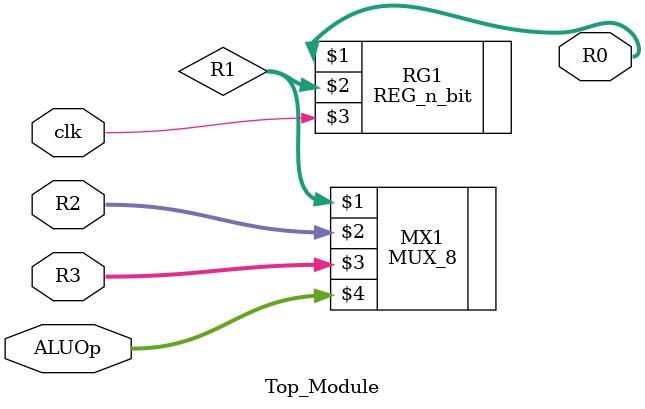
<source format=v>
`timescale 1ns / 1ps
module Top_Module(R0, R2, R3, ALUOp, clk);

parameter	word_size = 32;

input		[word_size-1:0] R2, R3;
input		[2:0] ALUOp;
input		clk;
output	[word_size-1:0] R0;	
wire		[word_size-1:0] R1;

MUX_8			#(word_size) MX1 (R1, R2, R3, ALUOp);	//ALU
REG_n_bit 	#(word_size) RG1 (R0, R1, clk);			//Register

endmodule

</source>
